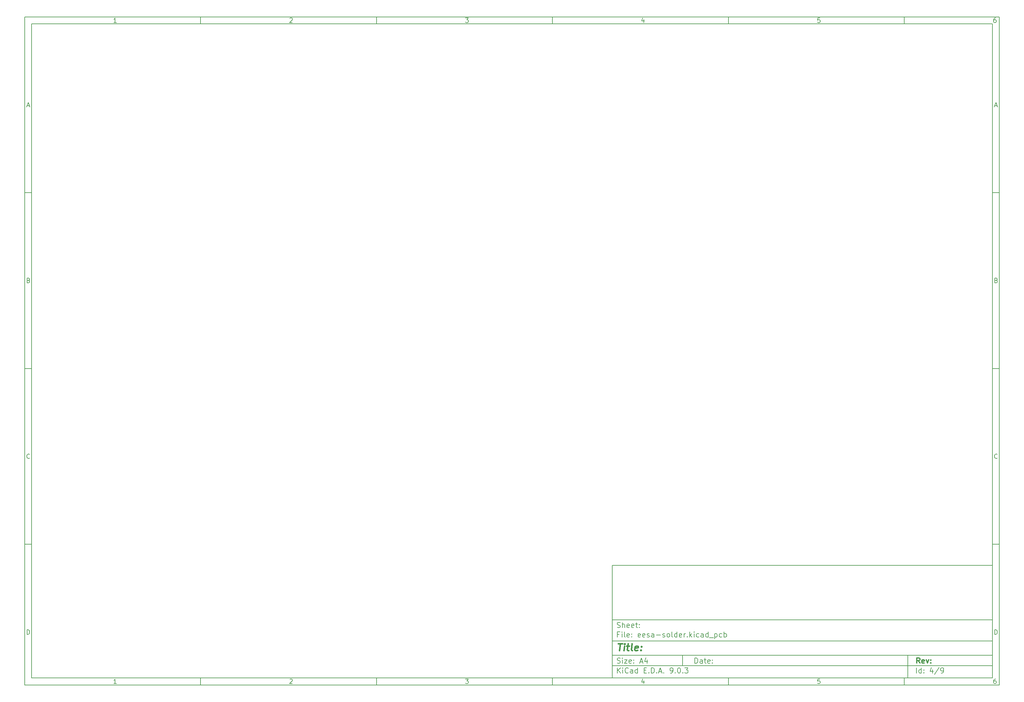
<source format=gbr>
%TF.GenerationSoftware,KiCad,Pcbnew,9.0.3*%
%TF.CreationDate,2025-07-28T16:08:30-05:00*%
%TF.ProjectId,eesa-solder,65657361-2d73-46f6-9c64-65722e6b6963,rev?*%
%TF.SameCoordinates,Original*%
%TF.FileFunction,Paste,Bot*%
%TF.FilePolarity,Positive*%
%FSLAX46Y46*%
G04 Gerber Fmt 4.6, Leading zero omitted, Abs format (unit mm)*
G04 Created by KiCad (PCBNEW 9.0.3) date 2025-07-28 16:08:30*
%MOMM*%
%LPD*%
G01*
G04 APERTURE LIST*
%ADD10C,0.100000*%
%ADD11C,0.150000*%
%ADD12C,0.300000*%
%ADD13C,0.400000*%
G04 APERTURE END LIST*
D10*
D11*
X177002200Y-166007200D02*
X285002200Y-166007200D01*
X285002200Y-198007200D01*
X177002200Y-198007200D01*
X177002200Y-166007200D01*
D10*
D11*
X10000000Y-10000000D02*
X287002200Y-10000000D01*
X287002200Y-200007200D01*
X10000000Y-200007200D01*
X10000000Y-10000000D01*
D10*
D11*
X12000000Y-12000000D02*
X285002200Y-12000000D01*
X285002200Y-198007200D01*
X12000000Y-198007200D01*
X12000000Y-12000000D01*
D10*
D11*
X60000000Y-12000000D02*
X60000000Y-10000000D01*
D10*
D11*
X110000000Y-12000000D02*
X110000000Y-10000000D01*
D10*
D11*
X160000000Y-12000000D02*
X160000000Y-10000000D01*
D10*
D11*
X210000000Y-12000000D02*
X210000000Y-10000000D01*
D10*
D11*
X260000000Y-12000000D02*
X260000000Y-10000000D01*
D10*
D11*
X36089160Y-11593604D02*
X35346303Y-11593604D01*
X35717731Y-11593604D02*
X35717731Y-10293604D01*
X35717731Y-10293604D02*
X35593922Y-10479319D01*
X35593922Y-10479319D02*
X35470112Y-10603128D01*
X35470112Y-10603128D02*
X35346303Y-10665033D01*
D10*
D11*
X85346303Y-10417414D02*
X85408207Y-10355509D01*
X85408207Y-10355509D02*
X85532017Y-10293604D01*
X85532017Y-10293604D02*
X85841541Y-10293604D01*
X85841541Y-10293604D02*
X85965350Y-10355509D01*
X85965350Y-10355509D02*
X86027255Y-10417414D01*
X86027255Y-10417414D02*
X86089160Y-10541223D01*
X86089160Y-10541223D02*
X86089160Y-10665033D01*
X86089160Y-10665033D02*
X86027255Y-10850747D01*
X86027255Y-10850747D02*
X85284398Y-11593604D01*
X85284398Y-11593604D02*
X86089160Y-11593604D01*
D10*
D11*
X135284398Y-10293604D02*
X136089160Y-10293604D01*
X136089160Y-10293604D02*
X135655826Y-10788842D01*
X135655826Y-10788842D02*
X135841541Y-10788842D01*
X135841541Y-10788842D02*
X135965350Y-10850747D01*
X135965350Y-10850747D02*
X136027255Y-10912652D01*
X136027255Y-10912652D02*
X136089160Y-11036461D01*
X136089160Y-11036461D02*
X136089160Y-11345985D01*
X136089160Y-11345985D02*
X136027255Y-11469795D01*
X136027255Y-11469795D02*
X135965350Y-11531700D01*
X135965350Y-11531700D02*
X135841541Y-11593604D01*
X135841541Y-11593604D02*
X135470112Y-11593604D01*
X135470112Y-11593604D02*
X135346303Y-11531700D01*
X135346303Y-11531700D02*
X135284398Y-11469795D01*
D10*
D11*
X185965350Y-10726938D02*
X185965350Y-11593604D01*
X185655826Y-10231700D02*
X185346303Y-11160271D01*
X185346303Y-11160271D02*
X186151064Y-11160271D01*
D10*
D11*
X236027255Y-10293604D02*
X235408207Y-10293604D01*
X235408207Y-10293604D02*
X235346303Y-10912652D01*
X235346303Y-10912652D02*
X235408207Y-10850747D01*
X235408207Y-10850747D02*
X235532017Y-10788842D01*
X235532017Y-10788842D02*
X235841541Y-10788842D01*
X235841541Y-10788842D02*
X235965350Y-10850747D01*
X235965350Y-10850747D02*
X236027255Y-10912652D01*
X236027255Y-10912652D02*
X236089160Y-11036461D01*
X236089160Y-11036461D02*
X236089160Y-11345985D01*
X236089160Y-11345985D02*
X236027255Y-11469795D01*
X236027255Y-11469795D02*
X235965350Y-11531700D01*
X235965350Y-11531700D02*
X235841541Y-11593604D01*
X235841541Y-11593604D02*
X235532017Y-11593604D01*
X235532017Y-11593604D02*
X235408207Y-11531700D01*
X235408207Y-11531700D02*
X235346303Y-11469795D01*
D10*
D11*
X285965350Y-10293604D02*
X285717731Y-10293604D01*
X285717731Y-10293604D02*
X285593922Y-10355509D01*
X285593922Y-10355509D02*
X285532017Y-10417414D01*
X285532017Y-10417414D02*
X285408207Y-10603128D01*
X285408207Y-10603128D02*
X285346303Y-10850747D01*
X285346303Y-10850747D02*
X285346303Y-11345985D01*
X285346303Y-11345985D02*
X285408207Y-11469795D01*
X285408207Y-11469795D02*
X285470112Y-11531700D01*
X285470112Y-11531700D02*
X285593922Y-11593604D01*
X285593922Y-11593604D02*
X285841541Y-11593604D01*
X285841541Y-11593604D02*
X285965350Y-11531700D01*
X285965350Y-11531700D02*
X286027255Y-11469795D01*
X286027255Y-11469795D02*
X286089160Y-11345985D01*
X286089160Y-11345985D02*
X286089160Y-11036461D01*
X286089160Y-11036461D02*
X286027255Y-10912652D01*
X286027255Y-10912652D02*
X285965350Y-10850747D01*
X285965350Y-10850747D02*
X285841541Y-10788842D01*
X285841541Y-10788842D02*
X285593922Y-10788842D01*
X285593922Y-10788842D02*
X285470112Y-10850747D01*
X285470112Y-10850747D02*
X285408207Y-10912652D01*
X285408207Y-10912652D02*
X285346303Y-11036461D01*
D10*
D11*
X60000000Y-198007200D02*
X60000000Y-200007200D01*
D10*
D11*
X110000000Y-198007200D02*
X110000000Y-200007200D01*
D10*
D11*
X160000000Y-198007200D02*
X160000000Y-200007200D01*
D10*
D11*
X210000000Y-198007200D02*
X210000000Y-200007200D01*
D10*
D11*
X260000000Y-198007200D02*
X260000000Y-200007200D01*
D10*
D11*
X36089160Y-199600804D02*
X35346303Y-199600804D01*
X35717731Y-199600804D02*
X35717731Y-198300804D01*
X35717731Y-198300804D02*
X35593922Y-198486519D01*
X35593922Y-198486519D02*
X35470112Y-198610328D01*
X35470112Y-198610328D02*
X35346303Y-198672233D01*
D10*
D11*
X85346303Y-198424614D02*
X85408207Y-198362709D01*
X85408207Y-198362709D02*
X85532017Y-198300804D01*
X85532017Y-198300804D02*
X85841541Y-198300804D01*
X85841541Y-198300804D02*
X85965350Y-198362709D01*
X85965350Y-198362709D02*
X86027255Y-198424614D01*
X86027255Y-198424614D02*
X86089160Y-198548423D01*
X86089160Y-198548423D02*
X86089160Y-198672233D01*
X86089160Y-198672233D02*
X86027255Y-198857947D01*
X86027255Y-198857947D02*
X85284398Y-199600804D01*
X85284398Y-199600804D02*
X86089160Y-199600804D01*
D10*
D11*
X135284398Y-198300804D02*
X136089160Y-198300804D01*
X136089160Y-198300804D02*
X135655826Y-198796042D01*
X135655826Y-198796042D02*
X135841541Y-198796042D01*
X135841541Y-198796042D02*
X135965350Y-198857947D01*
X135965350Y-198857947D02*
X136027255Y-198919852D01*
X136027255Y-198919852D02*
X136089160Y-199043661D01*
X136089160Y-199043661D02*
X136089160Y-199353185D01*
X136089160Y-199353185D02*
X136027255Y-199476995D01*
X136027255Y-199476995D02*
X135965350Y-199538900D01*
X135965350Y-199538900D02*
X135841541Y-199600804D01*
X135841541Y-199600804D02*
X135470112Y-199600804D01*
X135470112Y-199600804D02*
X135346303Y-199538900D01*
X135346303Y-199538900D02*
X135284398Y-199476995D01*
D10*
D11*
X185965350Y-198734138D02*
X185965350Y-199600804D01*
X185655826Y-198238900D02*
X185346303Y-199167471D01*
X185346303Y-199167471D02*
X186151064Y-199167471D01*
D10*
D11*
X236027255Y-198300804D02*
X235408207Y-198300804D01*
X235408207Y-198300804D02*
X235346303Y-198919852D01*
X235346303Y-198919852D02*
X235408207Y-198857947D01*
X235408207Y-198857947D02*
X235532017Y-198796042D01*
X235532017Y-198796042D02*
X235841541Y-198796042D01*
X235841541Y-198796042D02*
X235965350Y-198857947D01*
X235965350Y-198857947D02*
X236027255Y-198919852D01*
X236027255Y-198919852D02*
X236089160Y-199043661D01*
X236089160Y-199043661D02*
X236089160Y-199353185D01*
X236089160Y-199353185D02*
X236027255Y-199476995D01*
X236027255Y-199476995D02*
X235965350Y-199538900D01*
X235965350Y-199538900D02*
X235841541Y-199600804D01*
X235841541Y-199600804D02*
X235532017Y-199600804D01*
X235532017Y-199600804D02*
X235408207Y-199538900D01*
X235408207Y-199538900D02*
X235346303Y-199476995D01*
D10*
D11*
X285965350Y-198300804D02*
X285717731Y-198300804D01*
X285717731Y-198300804D02*
X285593922Y-198362709D01*
X285593922Y-198362709D02*
X285532017Y-198424614D01*
X285532017Y-198424614D02*
X285408207Y-198610328D01*
X285408207Y-198610328D02*
X285346303Y-198857947D01*
X285346303Y-198857947D02*
X285346303Y-199353185D01*
X285346303Y-199353185D02*
X285408207Y-199476995D01*
X285408207Y-199476995D02*
X285470112Y-199538900D01*
X285470112Y-199538900D02*
X285593922Y-199600804D01*
X285593922Y-199600804D02*
X285841541Y-199600804D01*
X285841541Y-199600804D02*
X285965350Y-199538900D01*
X285965350Y-199538900D02*
X286027255Y-199476995D01*
X286027255Y-199476995D02*
X286089160Y-199353185D01*
X286089160Y-199353185D02*
X286089160Y-199043661D01*
X286089160Y-199043661D02*
X286027255Y-198919852D01*
X286027255Y-198919852D02*
X285965350Y-198857947D01*
X285965350Y-198857947D02*
X285841541Y-198796042D01*
X285841541Y-198796042D02*
X285593922Y-198796042D01*
X285593922Y-198796042D02*
X285470112Y-198857947D01*
X285470112Y-198857947D02*
X285408207Y-198919852D01*
X285408207Y-198919852D02*
X285346303Y-199043661D01*
D10*
D11*
X10000000Y-60000000D02*
X12000000Y-60000000D01*
D10*
D11*
X10000000Y-110000000D02*
X12000000Y-110000000D01*
D10*
D11*
X10000000Y-160000000D02*
X12000000Y-160000000D01*
D10*
D11*
X10690476Y-35222176D02*
X11309523Y-35222176D01*
X10566666Y-35593604D02*
X10999999Y-34293604D01*
X10999999Y-34293604D02*
X11433333Y-35593604D01*
D10*
D11*
X11092857Y-84912652D02*
X11278571Y-84974557D01*
X11278571Y-84974557D02*
X11340476Y-85036461D01*
X11340476Y-85036461D02*
X11402380Y-85160271D01*
X11402380Y-85160271D02*
X11402380Y-85345985D01*
X11402380Y-85345985D02*
X11340476Y-85469795D01*
X11340476Y-85469795D02*
X11278571Y-85531700D01*
X11278571Y-85531700D02*
X11154761Y-85593604D01*
X11154761Y-85593604D02*
X10659523Y-85593604D01*
X10659523Y-85593604D02*
X10659523Y-84293604D01*
X10659523Y-84293604D02*
X11092857Y-84293604D01*
X11092857Y-84293604D02*
X11216666Y-84355509D01*
X11216666Y-84355509D02*
X11278571Y-84417414D01*
X11278571Y-84417414D02*
X11340476Y-84541223D01*
X11340476Y-84541223D02*
X11340476Y-84665033D01*
X11340476Y-84665033D02*
X11278571Y-84788842D01*
X11278571Y-84788842D02*
X11216666Y-84850747D01*
X11216666Y-84850747D02*
X11092857Y-84912652D01*
X11092857Y-84912652D02*
X10659523Y-84912652D01*
D10*
D11*
X11402380Y-135469795D02*
X11340476Y-135531700D01*
X11340476Y-135531700D02*
X11154761Y-135593604D01*
X11154761Y-135593604D02*
X11030952Y-135593604D01*
X11030952Y-135593604D02*
X10845238Y-135531700D01*
X10845238Y-135531700D02*
X10721428Y-135407890D01*
X10721428Y-135407890D02*
X10659523Y-135284080D01*
X10659523Y-135284080D02*
X10597619Y-135036461D01*
X10597619Y-135036461D02*
X10597619Y-134850747D01*
X10597619Y-134850747D02*
X10659523Y-134603128D01*
X10659523Y-134603128D02*
X10721428Y-134479319D01*
X10721428Y-134479319D02*
X10845238Y-134355509D01*
X10845238Y-134355509D02*
X11030952Y-134293604D01*
X11030952Y-134293604D02*
X11154761Y-134293604D01*
X11154761Y-134293604D02*
X11340476Y-134355509D01*
X11340476Y-134355509D02*
X11402380Y-134417414D01*
D10*
D11*
X10659523Y-185593604D02*
X10659523Y-184293604D01*
X10659523Y-184293604D02*
X10969047Y-184293604D01*
X10969047Y-184293604D02*
X11154761Y-184355509D01*
X11154761Y-184355509D02*
X11278571Y-184479319D01*
X11278571Y-184479319D02*
X11340476Y-184603128D01*
X11340476Y-184603128D02*
X11402380Y-184850747D01*
X11402380Y-184850747D02*
X11402380Y-185036461D01*
X11402380Y-185036461D02*
X11340476Y-185284080D01*
X11340476Y-185284080D02*
X11278571Y-185407890D01*
X11278571Y-185407890D02*
X11154761Y-185531700D01*
X11154761Y-185531700D02*
X10969047Y-185593604D01*
X10969047Y-185593604D02*
X10659523Y-185593604D01*
D10*
D11*
X287002200Y-60000000D02*
X285002200Y-60000000D01*
D10*
D11*
X287002200Y-110000000D02*
X285002200Y-110000000D01*
D10*
D11*
X287002200Y-160000000D02*
X285002200Y-160000000D01*
D10*
D11*
X285692676Y-35222176D02*
X286311723Y-35222176D01*
X285568866Y-35593604D02*
X286002199Y-34293604D01*
X286002199Y-34293604D02*
X286435533Y-35593604D01*
D10*
D11*
X286095057Y-84912652D02*
X286280771Y-84974557D01*
X286280771Y-84974557D02*
X286342676Y-85036461D01*
X286342676Y-85036461D02*
X286404580Y-85160271D01*
X286404580Y-85160271D02*
X286404580Y-85345985D01*
X286404580Y-85345985D02*
X286342676Y-85469795D01*
X286342676Y-85469795D02*
X286280771Y-85531700D01*
X286280771Y-85531700D02*
X286156961Y-85593604D01*
X286156961Y-85593604D02*
X285661723Y-85593604D01*
X285661723Y-85593604D02*
X285661723Y-84293604D01*
X285661723Y-84293604D02*
X286095057Y-84293604D01*
X286095057Y-84293604D02*
X286218866Y-84355509D01*
X286218866Y-84355509D02*
X286280771Y-84417414D01*
X286280771Y-84417414D02*
X286342676Y-84541223D01*
X286342676Y-84541223D02*
X286342676Y-84665033D01*
X286342676Y-84665033D02*
X286280771Y-84788842D01*
X286280771Y-84788842D02*
X286218866Y-84850747D01*
X286218866Y-84850747D02*
X286095057Y-84912652D01*
X286095057Y-84912652D02*
X285661723Y-84912652D01*
D10*
D11*
X286404580Y-135469795D02*
X286342676Y-135531700D01*
X286342676Y-135531700D02*
X286156961Y-135593604D01*
X286156961Y-135593604D02*
X286033152Y-135593604D01*
X286033152Y-135593604D02*
X285847438Y-135531700D01*
X285847438Y-135531700D02*
X285723628Y-135407890D01*
X285723628Y-135407890D02*
X285661723Y-135284080D01*
X285661723Y-135284080D02*
X285599819Y-135036461D01*
X285599819Y-135036461D02*
X285599819Y-134850747D01*
X285599819Y-134850747D02*
X285661723Y-134603128D01*
X285661723Y-134603128D02*
X285723628Y-134479319D01*
X285723628Y-134479319D02*
X285847438Y-134355509D01*
X285847438Y-134355509D02*
X286033152Y-134293604D01*
X286033152Y-134293604D02*
X286156961Y-134293604D01*
X286156961Y-134293604D02*
X286342676Y-134355509D01*
X286342676Y-134355509D02*
X286404580Y-134417414D01*
D10*
D11*
X285661723Y-185593604D02*
X285661723Y-184293604D01*
X285661723Y-184293604D02*
X285971247Y-184293604D01*
X285971247Y-184293604D02*
X286156961Y-184355509D01*
X286156961Y-184355509D02*
X286280771Y-184479319D01*
X286280771Y-184479319D02*
X286342676Y-184603128D01*
X286342676Y-184603128D02*
X286404580Y-184850747D01*
X286404580Y-184850747D02*
X286404580Y-185036461D01*
X286404580Y-185036461D02*
X286342676Y-185284080D01*
X286342676Y-185284080D02*
X286280771Y-185407890D01*
X286280771Y-185407890D02*
X286156961Y-185531700D01*
X286156961Y-185531700D02*
X285971247Y-185593604D01*
X285971247Y-185593604D02*
X285661723Y-185593604D01*
D10*
D11*
X200458026Y-193793328D02*
X200458026Y-192293328D01*
X200458026Y-192293328D02*
X200815169Y-192293328D01*
X200815169Y-192293328D02*
X201029455Y-192364757D01*
X201029455Y-192364757D02*
X201172312Y-192507614D01*
X201172312Y-192507614D02*
X201243741Y-192650471D01*
X201243741Y-192650471D02*
X201315169Y-192936185D01*
X201315169Y-192936185D02*
X201315169Y-193150471D01*
X201315169Y-193150471D02*
X201243741Y-193436185D01*
X201243741Y-193436185D02*
X201172312Y-193579042D01*
X201172312Y-193579042D02*
X201029455Y-193721900D01*
X201029455Y-193721900D02*
X200815169Y-193793328D01*
X200815169Y-193793328D02*
X200458026Y-193793328D01*
X202600884Y-193793328D02*
X202600884Y-193007614D01*
X202600884Y-193007614D02*
X202529455Y-192864757D01*
X202529455Y-192864757D02*
X202386598Y-192793328D01*
X202386598Y-192793328D02*
X202100884Y-192793328D01*
X202100884Y-192793328D02*
X201958026Y-192864757D01*
X202600884Y-193721900D02*
X202458026Y-193793328D01*
X202458026Y-193793328D02*
X202100884Y-193793328D01*
X202100884Y-193793328D02*
X201958026Y-193721900D01*
X201958026Y-193721900D02*
X201886598Y-193579042D01*
X201886598Y-193579042D02*
X201886598Y-193436185D01*
X201886598Y-193436185D02*
X201958026Y-193293328D01*
X201958026Y-193293328D02*
X202100884Y-193221900D01*
X202100884Y-193221900D02*
X202458026Y-193221900D01*
X202458026Y-193221900D02*
X202600884Y-193150471D01*
X203100884Y-192793328D02*
X203672312Y-192793328D01*
X203315169Y-192293328D02*
X203315169Y-193579042D01*
X203315169Y-193579042D02*
X203386598Y-193721900D01*
X203386598Y-193721900D02*
X203529455Y-193793328D01*
X203529455Y-193793328D02*
X203672312Y-193793328D01*
X204743741Y-193721900D02*
X204600884Y-193793328D01*
X204600884Y-193793328D02*
X204315170Y-193793328D01*
X204315170Y-193793328D02*
X204172312Y-193721900D01*
X204172312Y-193721900D02*
X204100884Y-193579042D01*
X204100884Y-193579042D02*
X204100884Y-193007614D01*
X204100884Y-193007614D02*
X204172312Y-192864757D01*
X204172312Y-192864757D02*
X204315170Y-192793328D01*
X204315170Y-192793328D02*
X204600884Y-192793328D01*
X204600884Y-192793328D02*
X204743741Y-192864757D01*
X204743741Y-192864757D02*
X204815170Y-193007614D01*
X204815170Y-193007614D02*
X204815170Y-193150471D01*
X204815170Y-193150471D02*
X204100884Y-193293328D01*
X205458026Y-193650471D02*
X205529455Y-193721900D01*
X205529455Y-193721900D02*
X205458026Y-193793328D01*
X205458026Y-193793328D02*
X205386598Y-193721900D01*
X205386598Y-193721900D02*
X205458026Y-193650471D01*
X205458026Y-193650471D02*
X205458026Y-193793328D01*
X205458026Y-192864757D02*
X205529455Y-192936185D01*
X205529455Y-192936185D02*
X205458026Y-193007614D01*
X205458026Y-193007614D02*
X205386598Y-192936185D01*
X205386598Y-192936185D02*
X205458026Y-192864757D01*
X205458026Y-192864757D02*
X205458026Y-193007614D01*
D10*
D11*
X177002200Y-194507200D02*
X285002200Y-194507200D01*
D10*
D11*
X178458026Y-196593328D02*
X178458026Y-195093328D01*
X179315169Y-196593328D02*
X178672312Y-195736185D01*
X179315169Y-195093328D02*
X178458026Y-195950471D01*
X179958026Y-196593328D02*
X179958026Y-195593328D01*
X179958026Y-195093328D02*
X179886598Y-195164757D01*
X179886598Y-195164757D02*
X179958026Y-195236185D01*
X179958026Y-195236185D02*
X180029455Y-195164757D01*
X180029455Y-195164757D02*
X179958026Y-195093328D01*
X179958026Y-195093328D02*
X179958026Y-195236185D01*
X181529455Y-196450471D02*
X181458027Y-196521900D01*
X181458027Y-196521900D02*
X181243741Y-196593328D01*
X181243741Y-196593328D02*
X181100884Y-196593328D01*
X181100884Y-196593328D02*
X180886598Y-196521900D01*
X180886598Y-196521900D02*
X180743741Y-196379042D01*
X180743741Y-196379042D02*
X180672312Y-196236185D01*
X180672312Y-196236185D02*
X180600884Y-195950471D01*
X180600884Y-195950471D02*
X180600884Y-195736185D01*
X180600884Y-195736185D02*
X180672312Y-195450471D01*
X180672312Y-195450471D02*
X180743741Y-195307614D01*
X180743741Y-195307614D02*
X180886598Y-195164757D01*
X180886598Y-195164757D02*
X181100884Y-195093328D01*
X181100884Y-195093328D02*
X181243741Y-195093328D01*
X181243741Y-195093328D02*
X181458027Y-195164757D01*
X181458027Y-195164757D02*
X181529455Y-195236185D01*
X182815170Y-196593328D02*
X182815170Y-195807614D01*
X182815170Y-195807614D02*
X182743741Y-195664757D01*
X182743741Y-195664757D02*
X182600884Y-195593328D01*
X182600884Y-195593328D02*
X182315170Y-195593328D01*
X182315170Y-195593328D02*
X182172312Y-195664757D01*
X182815170Y-196521900D02*
X182672312Y-196593328D01*
X182672312Y-196593328D02*
X182315170Y-196593328D01*
X182315170Y-196593328D02*
X182172312Y-196521900D01*
X182172312Y-196521900D02*
X182100884Y-196379042D01*
X182100884Y-196379042D02*
X182100884Y-196236185D01*
X182100884Y-196236185D02*
X182172312Y-196093328D01*
X182172312Y-196093328D02*
X182315170Y-196021900D01*
X182315170Y-196021900D02*
X182672312Y-196021900D01*
X182672312Y-196021900D02*
X182815170Y-195950471D01*
X184172313Y-196593328D02*
X184172313Y-195093328D01*
X184172313Y-196521900D02*
X184029455Y-196593328D01*
X184029455Y-196593328D02*
X183743741Y-196593328D01*
X183743741Y-196593328D02*
X183600884Y-196521900D01*
X183600884Y-196521900D02*
X183529455Y-196450471D01*
X183529455Y-196450471D02*
X183458027Y-196307614D01*
X183458027Y-196307614D02*
X183458027Y-195879042D01*
X183458027Y-195879042D02*
X183529455Y-195736185D01*
X183529455Y-195736185D02*
X183600884Y-195664757D01*
X183600884Y-195664757D02*
X183743741Y-195593328D01*
X183743741Y-195593328D02*
X184029455Y-195593328D01*
X184029455Y-195593328D02*
X184172313Y-195664757D01*
X186029455Y-195807614D02*
X186529455Y-195807614D01*
X186743741Y-196593328D02*
X186029455Y-196593328D01*
X186029455Y-196593328D02*
X186029455Y-195093328D01*
X186029455Y-195093328D02*
X186743741Y-195093328D01*
X187386598Y-196450471D02*
X187458027Y-196521900D01*
X187458027Y-196521900D02*
X187386598Y-196593328D01*
X187386598Y-196593328D02*
X187315170Y-196521900D01*
X187315170Y-196521900D02*
X187386598Y-196450471D01*
X187386598Y-196450471D02*
X187386598Y-196593328D01*
X188100884Y-196593328D02*
X188100884Y-195093328D01*
X188100884Y-195093328D02*
X188458027Y-195093328D01*
X188458027Y-195093328D02*
X188672313Y-195164757D01*
X188672313Y-195164757D02*
X188815170Y-195307614D01*
X188815170Y-195307614D02*
X188886599Y-195450471D01*
X188886599Y-195450471D02*
X188958027Y-195736185D01*
X188958027Y-195736185D02*
X188958027Y-195950471D01*
X188958027Y-195950471D02*
X188886599Y-196236185D01*
X188886599Y-196236185D02*
X188815170Y-196379042D01*
X188815170Y-196379042D02*
X188672313Y-196521900D01*
X188672313Y-196521900D02*
X188458027Y-196593328D01*
X188458027Y-196593328D02*
X188100884Y-196593328D01*
X189600884Y-196450471D02*
X189672313Y-196521900D01*
X189672313Y-196521900D02*
X189600884Y-196593328D01*
X189600884Y-196593328D02*
X189529456Y-196521900D01*
X189529456Y-196521900D02*
X189600884Y-196450471D01*
X189600884Y-196450471D02*
X189600884Y-196593328D01*
X190243742Y-196164757D02*
X190958028Y-196164757D01*
X190100885Y-196593328D02*
X190600885Y-195093328D01*
X190600885Y-195093328D02*
X191100885Y-196593328D01*
X191600884Y-196450471D02*
X191672313Y-196521900D01*
X191672313Y-196521900D02*
X191600884Y-196593328D01*
X191600884Y-196593328D02*
X191529456Y-196521900D01*
X191529456Y-196521900D02*
X191600884Y-196450471D01*
X191600884Y-196450471D02*
X191600884Y-196593328D01*
X193529456Y-196593328D02*
X193815170Y-196593328D01*
X193815170Y-196593328D02*
X193958027Y-196521900D01*
X193958027Y-196521900D02*
X194029456Y-196450471D01*
X194029456Y-196450471D02*
X194172313Y-196236185D01*
X194172313Y-196236185D02*
X194243742Y-195950471D01*
X194243742Y-195950471D02*
X194243742Y-195379042D01*
X194243742Y-195379042D02*
X194172313Y-195236185D01*
X194172313Y-195236185D02*
X194100885Y-195164757D01*
X194100885Y-195164757D02*
X193958027Y-195093328D01*
X193958027Y-195093328D02*
X193672313Y-195093328D01*
X193672313Y-195093328D02*
X193529456Y-195164757D01*
X193529456Y-195164757D02*
X193458027Y-195236185D01*
X193458027Y-195236185D02*
X193386599Y-195379042D01*
X193386599Y-195379042D02*
X193386599Y-195736185D01*
X193386599Y-195736185D02*
X193458027Y-195879042D01*
X193458027Y-195879042D02*
X193529456Y-195950471D01*
X193529456Y-195950471D02*
X193672313Y-196021900D01*
X193672313Y-196021900D02*
X193958027Y-196021900D01*
X193958027Y-196021900D02*
X194100885Y-195950471D01*
X194100885Y-195950471D02*
X194172313Y-195879042D01*
X194172313Y-195879042D02*
X194243742Y-195736185D01*
X194886598Y-196450471D02*
X194958027Y-196521900D01*
X194958027Y-196521900D02*
X194886598Y-196593328D01*
X194886598Y-196593328D02*
X194815170Y-196521900D01*
X194815170Y-196521900D02*
X194886598Y-196450471D01*
X194886598Y-196450471D02*
X194886598Y-196593328D01*
X195886599Y-195093328D02*
X196029456Y-195093328D01*
X196029456Y-195093328D02*
X196172313Y-195164757D01*
X196172313Y-195164757D02*
X196243742Y-195236185D01*
X196243742Y-195236185D02*
X196315170Y-195379042D01*
X196315170Y-195379042D02*
X196386599Y-195664757D01*
X196386599Y-195664757D02*
X196386599Y-196021900D01*
X196386599Y-196021900D02*
X196315170Y-196307614D01*
X196315170Y-196307614D02*
X196243742Y-196450471D01*
X196243742Y-196450471D02*
X196172313Y-196521900D01*
X196172313Y-196521900D02*
X196029456Y-196593328D01*
X196029456Y-196593328D02*
X195886599Y-196593328D01*
X195886599Y-196593328D02*
X195743742Y-196521900D01*
X195743742Y-196521900D02*
X195672313Y-196450471D01*
X195672313Y-196450471D02*
X195600884Y-196307614D01*
X195600884Y-196307614D02*
X195529456Y-196021900D01*
X195529456Y-196021900D02*
X195529456Y-195664757D01*
X195529456Y-195664757D02*
X195600884Y-195379042D01*
X195600884Y-195379042D02*
X195672313Y-195236185D01*
X195672313Y-195236185D02*
X195743742Y-195164757D01*
X195743742Y-195164757D02*
X195886599Y-195093328D01*
X197029455Y-196450471D02*
X197100884Y-196521900D01*
X197100884Y-196521900D02*
X197029455Y-196593328D01*
X197029455Y-196593328D02*
X196958027Y-196521900D01*
X196958027Y-196521900D02*
X197029455Y-196450471D01*
X197029455Y-196450471D02*
X197029455Y-196593328D01*
X197600884Y-195093328D02*
X198529456Y-195093328D01*
X198529456Y-195093328D02*
X198029456Y-195664757D01*
X198029456Y-195664757D02*
X198243741Y-195664757D01*
X198243741Y-195664757D02*
X198386599Y-195736185D01*
X198386599Y-195736185D02*
X198458027Y-195807614D01*
X198458027Y-195807614D02*
X198529456Y-195950471D01*
X198529456Y-195950471D02*
X198529456Y-196307614D01*
X198529456Y-196307614D02*
X198458027Y-196450471D01*
X198458027Y-196450471D02*
X198386599Y-196521900D01*
X198386599Y-196521900D02*
X198243741Y-196593328D01*
X198243741Y-196593328D02*
X197815170Y-196593328D01*
X197815170Y-196593328D02*
X197672313Y-196521900D01*
X197672313Y-196521900D02*
X197600884Y-196450471D01*
D10*
D11*
X177002200Y-191507200D02*
X285002200Y-191507200D01*
D10*
D12*
X264413853Y-193785528D02*
X263913853Y-193071242D01*
X263556710Y-193785528D02*
X263556710Y-192285528D01*
X263556710Y-192285528D02*
X264128139Y-192285528D01*
X264128139Y-192285528D02*
X264270996Y-192356957D01*
X264270996Y-192356957D02*
X264342425Y-192428385D01*
X264342425Y-192428385D02*
X264413853Y-192571242D01*
X264413853Y-192571242D02*
X264413853Y-192785528D01*
X264413853Y-192785528D02*
X264342425Y-192928385D01*
X264342425Y-192928385D02*
X264270996Y-192999814D01*
X264270996Y-192999814D02*
X264128139Y-193071242D01*
X264128139Y-193071242D02*
X263556710Y-193071242D01*
X265628139Y-193714100D02*
X265485282Y-193785528D01*
X265485282Y-193785528D02*
X265199568Y-193785528D01*
X265199568Y-193785528D02*
X265056710Y-193714100D01*
X265056710Y-193714100D02*
X264985282Y-193571242D01*
X264985282Y-193571242D02*
X264985282Y-192999814D01*
X264985282Y-192999814D02*
X265056710Y-192856957D01*
X265056710Y-192856957D02*
X265199568Y-192785528D01*
X265199568Y-192785528D02*
X265485282Y-192785528D01*
X265485282Y-192785528D02*
X265628139Y-192856957D01*
X265628139Y-192856957D02*
X265699568Y-192999814D01*
X265699568Y-192999814D02*
X265699568Y-193142671D01*
X265699568Y-193142671D02*
X264985282Y-193285528D01*
X266199567Y-192785528D02*
X266556710Y-193785528D01*
X266556710Y-193785528D02*
X266913853Y-192785528D01*
X267485281Y-193642671D02*
X267556710Y-193714100D01*
X267556710Y-193714100D02*
X267485281Y-193785528D01*
X267485281Y-193785528D02*
X267413853Y-193714100D01*
X267413853Y-193714100D02*
X267485281Y-193642671D01*
X267485281Y-193642671D02*
X267485281Y-193785528D01*
X267485281Y-192856957D02*
X267556710Y-192928385D01*
X267556710Y-192928385D02*
X267485281Y-192999814D01*
X267485281Y-192999814D02*
X267413853Y-192928385D01*
X267413853Y-192928385D02*
X267485281Y-192856957D01*
X267485281Y-192856957D02*
X267485281Y-192999814D01*
D10*
D11*
X178386598Y-193721900D02*
X178600884Y-193793328D01*
X178600884Y-193793328D02*
X178958026Y-193793328D01*
X178958026Y-193793328D02*
X179100884Y-193721900D01*
X179100884Y-193721900D02*
X179172312Y-193650471D01*
X179172312Y-193650471D02*
X179243741Y-193507614D01*
X179243741Y-193507614D02*
X179243741Y-193364757D01*
X179243741Y-193364757D02*
X179172312Y-193221900D01*
X179172312Y-193221900D02*
X179100884Y-193150471D01*
X179100884Y-193150471D02*
X178958026Y-193079042D01*
X178958026Y-193079042D02*
X178672312Y-193007614D01*
X178672312Y-193007614D02*
X178529455Y-192936185D01*
X178529455Y-192936185D02*
X178458026Y-192864757D01*
X178458026Y-192864757D02*
X178386598Y-192721900D01*
X178386598Y-192721900D02*
X178386598Y-192579042D01*
X178386598Y-192579042D02*
X178458026Y-192436185D01*
X178458026Y-192436185D02*
X178529455Y-192364757D01*
X178529455Y-192364757D02*
X178672312Y-192293328D01*
X178672312Y-192293328D02*
X179029455Y-192293328D01*
X179029455Y-192293328D02*
X179243741Y-192364757D01*
X179886597Y-193793328D02*
X179886597Y-192793328D01*
X179886597Y-192293328D02*
X179815169Y-192364757D01*
X179815169Y-192364757D02*
X179886597Y-192436185D01*
X179886597Y-192436185D02*
X179958026Y-192364757D01*
X179958026Y-192364757D02*
X179886597Y-192293328D01*
X179886597Y-192293328D02*
X179886597Y-192436185D01*
X180458026Y-192793328D02*
X181243741Y-192793328D01*
X181243741Y-192793328D02*
X180458026Y-193793328D01*
X180458026Y-193793328D02*
X181243741Y-193793328D01*
X182386598Y-193721900D02*
X182243741Y-193793328D01*
X182243741Y-193793328D02*
X181958027Y-193793328D01*
X181958027Y-193793328D02*
X181815169Y-193721900D01*
X181815169Y-193721900D02*
X181743741Y-193579042D01*
X181743741Y-193579042D02*
X181743741Y-193007614D01*
X181743741Y-193007614D02*
X181815169Y-192864757D01*
X181815169Y-192864757D02*
X181958027Y-192793328D01*
X181958027Y-192793328D02*
X182243741Y-192793328D01*
X182243741Y-192793328D02*
X182386598Y-192864757D01*
X182386598Y-192864757D02*
X182458027Y-193007614D01*
X182458027Y-193007614D02*
X182458027Y-193150471D01*
X182458027Y-193150471D02*
X181743741Y-193293328D01*
X183100883Y-193650471D02*
X183172312Y-193721900D01*
X183172312Y-193721900D02*
X183100883Y-193793328D01*
X183100883Y-193793328D02*
X183029455Y-193721900D01*
X183029455Y-193721900D02*
X183100883Y-193650471D01*
X183100883Y-193650471D02*
X183100883Y-193793328D01*
X183100883Y-192864757D02*
X183172312Y-192936185D01*
X183172312Y-192936185D02*
X183100883Y-193007614D01*
X183100883Y-193007614D02*
X183029455Y-192936185D01*
X183029455Y-192936185D02*
X183100883Y-192864757D01*
X183100883Y-192864757D02*
X183100883Y-193007614D01*
X184886598Y-193364757D02*
X185600884Y-193364757D01*
X184743741Y-193793328D02*
X185243741Y-192293328D01*
X185243741Y-192293328D02*
X185743741Y-193793328D01*
X186886598Y-192793328D02*
X186886598Y-193793328D01*
X186529455Y-192221900D02*
X186172312Y-193293328D01*
X186172312Y-193293328D02*
X187100883Y-193293328D01*
D10*
D11*
X263458026Y-196593328D02*
X263458026Y-195093328D01*
X264815170Y-196593328D02*
X264815170Y-195093328D01*
X264815170Y-196521900D02*
X264672312Y-196593328D01*
X264672312Y-196593328D02*
X264386598Y-196593328D01*
X264386598Y-196593328D02*
X264243741Y-196521900D01*
X264243741Y-196521900D02*
X264172312Y-196450471D01*
X264172312Y-196450471D02*
X264100884Y-196307614D01*
X264100884Y-196307614D02*
X264100884Y-195879042D01*
X264100884Y-195879042D02*
X264172312Y-195736185D01*
X264172312Y-195736185D02*
X264243741Y-195664757D01*
X264243741Y-195664757D02*
X264386598Y-195593328D01*
X264386598Y-195593328D02*
X264672312Y-195593328D01*
X264672312Y-195593328D02*
X264815170Y-195664757D01*
X265529455Y-196450471D02*
X265600884Y-196521900D01*
X265600884Y-196521900D02*
X265529455Y-196593328D01*
X265529455Y-196593328D02*
X265458027Y-196521900D01*
X265458027Y-196521900D02*
X265529455Y-196450471D01*
X265529455Y-196450471D02*
X265529455Y-196593328D01*
X265529455Y-195664757D02*
X265600884Y-195736185D01*
X265600884Y-195736185D02*
X265529455Y-195807614D01*
X265529455Y-195807614D02*
X265458027Y-195736185D01*
X265458027Y-195736185D02*
X265529455Y-195664757D01*
X265529455Y-195664757D02*
X265529455Y-195807614D01*
X268029456Y-195593328D02*
X268029456Y-196593328D01*
X267672313Y-195021900D02*
X267315170Y-196093328D01*
X267315170Y-196093328D02*
X268243741Y-196093328D01*
X269886598Y-195021900D02*
X268600884Y-196950471D01*
X270458027Y-196593328D02*
X270743741Y-196593328D01*
X270743741Y-196593328D02*
X270886598Y-196521900D01*
X270886598Y-196521900D02*
X270958027Y-196450471D01*
X270958027Y-196450471D02*
X271100884Y-196236185D01*
X271100884Y-196236185D02*
X271172313Y-195950471D01*
X271172313Y-195950471D02*
X271172313Y-195379042D01*
X271172313Y-195379042D02*
X271100884Y-195236185D01*
X271100884Y-195236185D02*
X271029456Y-195164757D01*
X271029456Y-195164757D02*
X270886598Y-195093328D01*
X270886598Y-195093328D02*
X270600884Y-195093328D01*
X270600884Y-195093328D02*
X270458027Y-195164757D01*
X270458027Y-195164757D02*
X270386598Y-195236185D01*
X270386598Y-195236185D02*
X270315170Y-195379042D01*
X270315170Y-195379042D02*
X270315170Y-195736185D01*
X270315170Y-195736185D02*
X270386598Y-195879042D01*
X270386598Y-195879042D02*
X270458027Y-195950471D01*
X270458027Y-195950471D02*
X270600884Y-196021900D01*
X270600884Y-196021900D02*
X270886598Y-196021900D01*
X270886598Y-196021900D02*
X271029456Y-195950471D01*
X271029456Y-195950471D02*
X271100884Y-195879042D01*
X271100884Y-195879042D02*
X271172313Y-195736185D01*
D10*
D11*
X177002200Y-187507200D02*
X285002200Y-187507200D01*
D10*
D13*
X178693928Y-188211638D02*
X179836785Y-188211638D01*
X179015357Y-190211638D02*
X179265357Y-188211638D01*
X180253452Y-190211638D02*
X180420119Y-188878304D01*
X180503452Y-188211638D02*
X180396309Y-188306876D01*
X180396309Y-188306876D02*
X180479643Y-188402114D01*
X180479643Y-188402114D02*
X180586786Y-188306876D01*
X180586786Y-188306876D02*
X180503452Y-188211638D01*
X180503452Y-188211638D02*
X180479643Y-188402114D01*
X181086786Y-188878304D02*
X181848690Y-188878304D01*
X181455833Y-188211638D02*
X181241548Y-189925923D01*
X181241548Y-189925923D02*
X181312976Y-190116400D01*
X181312976Y-190116400D02*
X181491548Y-190211638D01*
X181491548Y-190211638D02*
X181682024Y-190211638D01*
X182634405Y-190211638D02*
X182455833Y-190116400D01*
X182455833Y-190116400D02*
X182384405Y-189925923D01*
X182384405Y-189925923D02*
X182598690Y-188211638D01*
X184170119Y-190116400D02*
X183967738Y-190211638D01*
X183967738Y-190211638D02*
X183586785Y-190211638D01*
X183586785Y-190211638D02*
X183408214Y-190116400D01*
X183408214Y-190116400D02*
X183336785Y-189925923D01*
X183336785Y-189925923D02*
X183432024Y-189164019D01*
X183432024Y-189164019D02*
X183551071Y-188973542D01*
X183551071Y-188973542D02*
X183753452Y-188878304D01*
X183753452Y-188878304D02*
X184134404Y-188878304D01*
X184134404Y-188878304D02*
X184312976Y-188973542D01*
X184312976Y-188973542D02*
X184384404Y-189164019D01*
X184384404Y-189164019D02*
X184360595Y-189354495D01*
X184360595Y-189354495D02*
X183384404Y-189544971D01*
X185134405Y-190021161D02*
X185217738Y-190116400D01*
X185217738Y-190116400D02*
X185110595Y-190211638D01*
X185110595Y-190211638D02*
X185027262Y-190116400D01*
X185027262Y-190116400D02*
X185134405Y-190021161D01*
X185134405Y-190021161D02*
X185110595Y-190211638D01*
X185265357Y-188973542D02*
X185348690Y-189068780D01*
X185348690Y-189068780D02*
X185241548Y-189164019D01*
X185241548Y-189164019D02*
X185158214Y-189068780D01*
X185158214Y-189068780D02*
X185265357Y-188973542D01*
X185265357Y-188973542D02*
X185241548Y-189164019D01*
D10*
D11*
X178958026Y-185607614D02*
X178458026Y-185607614D01*
X178458026Y-186393328D02*
X178458026Y-184893328D01*
X178458026Y-184893328D02*
X179172312Y-184893328D01*
X179743740Y-186393328D02*
X179743740Y-185393328D01*
X179743740Y-184893328D02*
X179672312Y-184964757D01*
X179672312Y-184964757D02*
X179743740Y-185036185D01*
X179743740Y-185036185D02*
X179815169Y-184964757D01*
X179815169Y-184964757D02*
X179743740Y-184893328D01*
X179743740Y-184893328D02*
X179743740Y-185036185D01*
X180672312Y-186393328D02*
X180529455Y-186321900D01*
X180529455Y-186321900D02*
X180458026Y-186179042D01*
X180458026Y-186179042D02*
X180458026Y-184893328D01*
X181815169Y-186321900D02*
X181672312Y-186393328D01*
X181672312Y-186393328D02*
X181386598Y-186393328D01*
X181386598Y-186393328D02*
X181243740Y-186321900D01*
X181243740Y-186321900D02*
X181172312Y-186179042D01*
X181172312Y-186179042D02*
X181172312Y-185607614D01*
X181172312Y-185607614D02*
X181243740Y-185464757D01*
X181243740Y-185464757D02*
X181386598Y-185393328D01*
X181386598Y-185393328D02*
X181672312Y-185393328D01*
X181672312Y-185393328D02*
X181815169Y-185464757D01*
X181815169Y-185464757D02*
X181886598Y-185607614D01*
X181886598Y-185607614D02*
X181886598Y-185750471D01*
X181886598Y-185750471D02*
X181172312Y-185893328D01*
X182529454Y-186250471D02*
X182600883Y-186321900D01*
X182600883Y-186321900D02*
X182529454Y-186393328D01*
X182529454Y-186393328D02*
X182458026Y-186321900D01*
X182458026Y-186321900D02*
X182529454Y-186250471D01*
X182529454Y-186250471D02*
X182529454Y-186393328D01*
X182529454Y-185464757D02*
X182600883Y-185536185D01*
X182600883Y-185536185D02*
X182529454Y-185607614D01*
X182529454Y-185607614D02*
X182458026Y-185536185D01*
X182458026Y-185536185D02*
X182529454Y-185464757D01*
X182529454Y-185464757D02*
X182529454Y-185607614D01*
X184958026Y-186321900D02*
X184815169Y-186393328D01*
X184815169Y-186393328D02*
X184529455Y-186393328D01*
X184529455Y-186393328D02*
X184386597Y-186321900D01*
X184386597Y-186321900D02*
X184315169Y-186179042D01*
X184315169Y-186179042D02*
X184315169Y-185607614D01*
X184315169Y-185607614D02*
X184386597Y-185464757D01*
X184386597Y-185464757D02*
X184529455Y-185393328D01*
X184529455Y-185393328D02*
X184815169Y-185393328D01*
X184815169Y-185393328D02*
X184958026Y-185464757D01*
X184958026Y-185464757D02*
X185029455Y-185607614D01*
X185029455Y-185607614D02*
X185029455Y-185750471D01*
X185029455Y-185750471D02*
X184315169Y-185893328D01*
X186243740Y-186321900D02*
X186100883Y-186393328D01*
X186100883Y-186393328D02*
X185815169Y-186393328D01*
X185815169Y-186393328D02*
X185672311Y-186321900D01*
X185672311Y-186321900D02*
X185600883Y-186179042D01*
X185600883Y-186179042D02*
X185600883Y-185607614D01*
X185600883Y-185607614D02*
X185672311Y-185464757D01*
X185672311Y-185464757D02*
X185815169Y-185393328D01*
X185815169Y-185393328D02*
X186100883Y-185393328D01*
X186100883Y-185393328D02*
X186243740Y-185464757D01*
X186243740Y-185464757D02*
X186315169Y-185607614D01*
X186315169Y-185607614D02*
X186315169Y-185750471D01*
X186315169Y-185750471D02*
X185600883Y-185893328D01*
X186886597Y-186321900D02*
X187029454Y-186393328D01*
X187029454Y-186393328D02*
X187315168Y-186393328D01*
X187315168Y-186393328D02*
X187458025Y-186321900D01*
X187458025Y-186321900D02*
X187529454Y-186179042D01*
X187529454Y-186179042D02*
X187529454Y-186107614D01*
X187529454Y-186107614D02*
X187458025Y-185964757D01*
X187458025Y-185964757D02*
X187315168Y-185893328D01*
X187315168Y-185893328D02*
X187100883Y-185893328D01*
X187100883Y-185893328D02*
X186958025Y-185821900D01*
X186958025Y-185821900D02*
X186886597Y-185679042D01*
X186886597Y-185679042D02*
X186886597Y-185607614D01*
X186886597Y-185607614D02*
X186958025Y-185464757D01*
X186958025Y-185464757D02*
X187100883Y-185393328D01*
X187100883Y-185393328D02*
X187315168Y-185393328D01*
X187315168Y-185393328D02*
X187458025Y-185464757D01*
X188815169Y-186393328D02*
X188815169Y-185607614D01*
X188815169Y-185607614D02*
X188743740Y-185464757D01*
X188743740Y-185464757D02*
X188600883Y-185393328D01*
X188600883Y-185393328D02*
X188315169Y-185393328D01*
X188315169Y-185393328D02*
X188172311Y-185464757D01*
X188815169Y-186321900D02*
X188672311Y-186393328D01*
X188672311Y-186393328D02*
X188315169Y-186393328D01*
X188315169Y-186393328D02*
X188172311Y-186321900D01*
X188172311Y-186321900D02*
X188100883Y-186179042D01*
X188100883Y-186179042D02*
X188100883Y-186036185D01*
X188100883Y-186036185D02*
X188172311Y-185893328D01*
X188172311Y-185893328D02*
X188315169Y-185821900D01*
X188315169Y-185821900D02*
X188672311Y-185821900D01*
X188672311Y-185821900D02*
X188815169Y-185750471D01*
X189529454Y-185821900D02*
X190672312Y-185821900D01*
X191315169Y-186321900D02*
X191458026Y-186393328D01*
X191458026Y-186393328D02*
X191743740Y-186393328D01*
X191743740Y-186393328D02*
X191886597Y-186321900D01*
X191886597Y-186321900D02*
X191958026Y-186179042D01*
X191958026Y-186179042D02*
X191958026Y-186107614D01*
X191958026Y-186107614D02*
X191886597Y-185964757D01*
X191886597Y-185964757D02*
X191743740Y-185893328D01*
X191743740Y-185893328D02*
X191529455Y-185893328D01*
X191529455Y-185893328D02*
X191386597Y-185821900D01*
X191386597Y-185821900D02*
X191315169Y-185679042D01*
X191315169Y-185679042D02*
X191315169Y-185607614D01*
X191315169Y-185607614D02*
X191386597Y-185464757D01*
X191386597Y-185464757D02*
X191529455Y-185393328D01*
X191529455Y-185393328D02*
X191743740Y-185393328D01*
X191743740Y-185393328D02*
X191886597Y-185464757D01*
X192815169Y-186393328D02*
X192672312Y-186321900D01*
X192672312Y-186321900D02*
X192600883Y-186250471D01*
X192600883Y-186250471D02*
X192529455Y-186107614D01*
X192529455Y-186107614D02*
X192529455Y-185679042D01*
X192529455Y-185679042D02*
X192600883Y-185536185D01*
X192600883Y-185536185D02*
X192672312Y-185464757D01*
X192672312Y-185464757D02*
X192815169Y-185393328D01*
X192815169Y-185393328D02*
X193029455Y-185393328D01*
X193029455Y-185393328D02*
X193172312Y-185464757D01*
X193172312Y-185464757D02*
X193243741Y-185536185D01*
X193243741Y-185536185D02*
X193315169Y-185679042D01*
X193315169Y-185679042D02*
X193315169Y-186107614D01*
X193315169Y-186107614D02*
X193243741Y-186250471D01*
X193243741Y-186250471D02*
X193172312Y-186321900D01*
X193172312Y-186321900D02*
X193029455Y-186393328D01*
X193029455Y-186393328D02*
X192815169Y-186393328D01*
X194172312Y-186393328D02*
X194029455Y-186321900D01*
X194029455Y-186321900D02*
X193958026Y-186179042D01*
X193958026Y-186179042D02*
X193958026Y-184893328D01*
X195386598Y-186393328D02*
X195386598Y-184893328D01*
X195386598Y-186321900D02*
X195243740Y-186393328D01*
X195243740Y-186393328D02*
X194958026Y-186393328D01*
X194958026Y-186393328D02*
X194815169Y-186321900D01*
X194815169Y-186321900D02*
X194743740Y-186250471D01*
X194743740Y-186250471D02*
X194672312Y-186107614D01*
X194672312Y-186107614D02*
X194672312Y-185679042D01*
X194672312Y-185679042D02*
X194743740Y-185536185D01*
X194743740Y-185536185D02*
X194815169Y-185464757D01*
X194815169Y-185464757D02*
X194958026Y-185393328D01*
X194958026Y-185393328D02*
X195243740Y-185393328D01*
X195243740Y-185393328D02*
X195386598Y-185464757D01*
X196672312Y-186321900D02*
X196529455Y-186393328D01*
X196529455Y-186393328D02*
X196243741Y-186393328D01*
X196243741Y-186393328D02*
X196100883Y-186321900D01*
X196100883Y-186321900D02*
X196029455Y-186179042D01*
X196029455Y-186179042D02*
X196029455Y-185607614D01*
X196029455Y-185607614D02*
X196100883Y-185464757D01*
X196100883Y-185464757D02*
X196243741Y-185393328D01*
X196243741Y-185393328D02*
X196529455Y-185393328D01*
X196529455Y-185393328D02*
X196672312Y-185464757D01*
X196672312Y-185464757D02*
X196743741Y-185607614D01*
X196743741Y-185607614D02*
X196743741Y-185750471D01*
X196743741Y-185750471D02*
X196029455Y-185893328D01*
X197386597Y-186393328D02*
X197386597Y-185393328D01*
X197386597Y-185679042D02*
X197458026Y-185536185D01*
X197458026Y-185536185D02*
X197529455Y-185464757D01*
X197529455Y-185464757D02*
X197672312Y-185393328D01*
X197672312Y-185393328D02*
X197815169Y-185393328D01*
X198315168Y-186250471D02*
X198386597Y-186321900D01*
X198386597Y-186321900D02*
X198315168Y-186393328D01*
X198315168Y-186393328D02*
X198243740Y-186321900D01*
X198243740Y-186321900D02*
X198315168Y-186250471D01*
X198315168Y-186250471D02*
X198315168Y-186393328D01*
X199029454Y-186393328D02*
X199029454Y-184893328D01*
X199172312Y-185821900D02*
X199600883Y-186393328D01*
X199600883Y-185393328D02*
X199029454Y-185964757D01*
X200243740Y-186393328D02*
X200243740Y-185393328D01*
X200243740Y-184893328D02*
X200172312Y-184964757D01*
X200172312Y-184964757D02*
X200243740Y-185036185D01*
X200243740Y-185036185D02*
X200315169Y-184964757D01*
X200315169Y-184964757D02*
X200243740Y-184893328D01*
X200243740Y-184893328D02*
X200243740Y-185036185D01*
X201600884Y-186321900D02*
X201458026Y-186393328D01*
X201458026Y-186393328D02*
X201172312Y-186393328D01*
X201172312Y-186393328D02*
X201029455Y-186321900D01*
X201029455Y-186321900D02*
X200958026Y-186250471D01*
X200958026Y-186250471D02*
X200886598Y-186107614D01*
X200886598Y-186107614D02*
X200886598Y-185679042D01*
X200886598Y-185679042D02*
X200958026Y-185536185D01*
X200958026Y-185536185D02*
X201029455Y-185464757D01*
X201029455Y-185464757D02*
X201172312Y-185393328D01*
X201172312Y-185393328D02*
X201458026Y-185393328D01*
X201458026Y-185393328D02*
X201600884Y-185464757D01*
X202886598Y-186393328D02*
X202886598Y-185607614D01*
X202886598Y-185607614D02*
X202815169Y-185464757D01*
X202815169Y-185464757D02*
X202672312Y-185393328D01*
X202672312Y-185393328D02*
X202386598Y-185393328D01*
X202386598Y-185393328D02*
X202243740Y-185464757D01*
X202886598Y-186321900D02*
X202743740Y-186393328D01*
X202743740Y-186393328D02*
X202386598Y-186393328D01*
X202386598Y-186393328D02*
X202243740Y-186321900D01*
X202243740Y-186321900D02*
X202172312Y-186179042D01*
X202172312Y-186179042D02*
X202172312Y-186036185D01*
X202172312Y-186036185D02*
X202243740Y-185893328D01*
X202243740Y-185893328D02*
X202386598Y-185821900D01*
X202386598Y-185821900D02*
X202743740Y-185821900D01*
X202743740Y-185821900D02*
X202886598Y-185750471D01*
X204243741Y-186393328D02*
X204243741Y-184893328D01*
X204243741Y-186321900D02*
X204100883Y-186393328D01*
X204100883Y-186393328D02*
X203815169Y-186393328D01*
X203815169Y-186393328D02*
X203672312Y-186321900D01*
X203672312Y-186321900D02*
X203600883Y-186250471D01*
X203600883Y-186250471D02*
X203529455Y-186107614D01*
X203529455Y-186107614D02*
X203529455Y-185679042D01*
X203529455Y-185679042D02*
X203600883Y-185536185D01*
X203600883Y-185536185D02*
X203672312Y-185464757D01*
X203672312Y-185464757D02*
X203815169Y-185393328D01*
X203815169Y-185393328D02*
X204100883Y-185393328D01*
X204100883Y-185393328D02*
X204243741Y-185464757D01*
X204600884Y-186536185D02*
X205743741Y-186536185D01*
X206100883Y-185393328D02*
X206100883Y-186893328D01*
X206100883Y-185464757D02*
X206243741Y-185393328D01*
X206243741Y-185393328D02*
X206529455Y-185393328D01*
X206529455Y-185393328D02*
X206672312Y-185464757D01*
X206672312Y-185464757D02*
X206743741Y-185536185D01*
X206743741Y-185536185D02*
X206815169Y-185679042D01*
X206815169Y-185679042D02*
X206815169Y-186107614D01*
X206815169Y-186107614D02*
X206743741Y-186250471D01*
X206743741Y-186250471D02*
X206672312Y-186321900D01*
X206672312Y-186321900D02*
X206529455Y-186393328D01*
X206529455Y-186393328D02*
X206243741Y-186393328D01*
X206243741Y-186393328D02*
X206100883Y-186321900D01*
X208100884Y-186321900D02*
X207958026Y-186393328D01*
X207958026Y-186393328D02*
X207672312Y-186393328D01*
X207672312Y-186393328D02*
X207529455Y-186321900D01*
X207529455Y-186321900D02*
X207458026Y-186250471D01*
X207458026Y-186250471D02*
X207386598Y-186107614D01*
X207386598Y-186107614D02*
X207386598Y-185679042D01*
X207386598Y-185679042D02*
X207458026Y-185536185D01*
X207458026Y-185536185D02*
X207529455Y-185464757D01*
X207529455Y-185464757D02*
X207672312Y-185393328D01*
X207672312Y-185393328D02*
X207958026Y-185393328D01*
X207958026Y-185393328D02*
X208100884Y-185464757D01*
X208743740Y-186393328D02*
X208743740Y-184893328D01*
X208743740Y-185464757D02*
X208886598Y-185393328D01*
X208886598Y-185393328D02*
X209172312Y-185393328D01*
X209172312Y-185393328D02*
X209315169Y-185464757D01*
X209315169Y-185464757D02*
X209386598Y-185536185D01*
X209386598Y-185536185D02*
X209458026Y-185679042D01*
X209458026Y-185679042D02*
X209458026Y-186107614D01*
X209458026Y-186107614D02*
X209386598Y-186250471D01*
X209386598Y-186250471D02*
X209315169Y-186321900D01*
X209315169Y-186321900D02*
X209172312Y-186393328D01*
X209172312Y-186393328D02*
X208886598Y-186393328D01*
X208886598Y-186393328D02*
X208743740Y-186321900D01*
D10*
D11*
X177002200Y-181507200D02*
X285002200Y-181507200D01*
D10*
D11*
X178386598Y-183621900D02*
X178600884Y-183693328D01*
X178600884Y-183693328D02*
X178958026Y-183693328D01*
X178958026Y-183693328D02*
X179100884Y-183621900D01*
X179100884Y-183621900D02*
X179172312Y-183550471D01*
X179172312Y-183550471D02*
X179243741Y-183407614D01*
X179243741Y-183407614D02*
X179243741Y-183264757D01*
X179243741Y-183264757D02*
X179172312Y-183121900D01*
X179172312Y-183121900D02*
X179100884Y-183050471D01*
X179100884Y-183050471D02*
X178958026Y-182979042D01*
X178958026Y-182979042D02*
X178672312Y-182907614D01*
X178672312Y-182907614D02*
X178529455Y-182836185D01*
X178529455Y-182836185D02*
X178458026Y-182764757D01*
X178458026Y-182764757D02*
X178386598Y-182621900D01*
X178386598Y-182621900D02*
X178386598Y-182479042D01*
X178386598Y-182479042D02*
X178458026Y-182336185D01*
X178458026Y-182336185D02*
X178529455Y-182264757D01*
X178529455Y-182264757D02*
X178672312Y-182193328D01*
X178672312Y-182193328D02*
X179029455Y-182193328D01*
X179029455Y-182193328D02*
X179243741Y-182264757D01*
X179886597Y-183693328D02*
X179886597Y-182193328D01*
X180529455Y-183693328D02*
X180529455Y-182907614D01*
X180529455Y-182907614D02*
X180458026Y-182764757D01*
X180458026Y-182764757D02*
X180315169Y-182693328D01*
X180315169Y-182693328D02*
X180100883Y-182693328D01*
X180100883Y-182693328D02*
X179958026Y-182764757D01*
X179958026Y-182764757D02*
X179886597Y-182836185D01*
X181815169Y-183621900D02*
X181672312Y-183693328D01*
X181672312Y-183693328D02*
X181386598Y-183693328D01*
X181386598Y-183693328D02*
X181243740Y-183621900D01*
X181243740Y-183621900D02*
X181172312Y-183479042D01*
X181172312Y-183479042D02*
X181172312Y-182907614D01*
X181172312Y-182907614D02*
X181243740Y-182764757D01*
X181243740Y-182764757D02*
X181386598Y-182693328D01*
X181386598Y-182693328D02*
X181672312Y-182693328D01*
X181672312Y-182693328D02*
X181815169Y-182764757D01*
X181815169Y-182764757D02*
X181886598Y-182907614D01*
X181886598Y-182907614D02*
X181886598Y-183050471D01*
X181886598Y-183050471D02*
X181172312Y-183193328D01*
X183100883Y-183621900D02*
X182958026Y-183693328D01*
X182958026Y-183693328D02*
X182672312Y-183693328D01*
X182672312Y-183693328D02*
X182529454Y-183621900D01*
X182529454Y-183621900D02*
X182458026Y-183479042D01*
X182458026Y-183479042D02*
X182458026Y-182907614D01*
X182458026Y-182907614D02*
X182529454Y-182764757D01*
X182529454Y-182764757D02*
X182672312Y-182693328D01*
X182672312Y-182693328D02*
X182958026Y-182693328D01*
X182958026Y-182693328D02*
X183100883Y-182764757D01*
X183100883Y-182764757D02*
X183172312Y-182907614D01*
X183172312Y-182907614D02*
X183172312Y-183050471D01*
X183172312Y-183050471D02*
X182458026Y-183193328D01*
X183600883Y-182693328D02*
X184172311Y-182693328D01*
X183815168Y-182193328D02*
X183815168Y-183479042D01*
X183815168Y-183479042D02*
X183886597Y-183621900D01*
X183886597Y-183621900D02*
X184029454Y-183693328D01*
X184029454Y-183693328D02*
X184172311Y-183693328D01*
X184672311Y-183550471D02*
X184743740Y-183621900D01*
X184743740Y-183621900D02*
X184672311Y-183693328D01*
X184672311Y-183693328D02*
X184600883Y-183621900D01*
X184600883Y-183621900D02*
X184672311Y-183550471D01*
X184672311Y-183550471D02*
X184672311Y-183693328D01*
X184672311Y-182764757D02*
X184743740Y-182836185D01*
X184743740Y-182836185D02*
X184672311Y-182907614D01*
X184672311Y-182907614D02*
X184600883Y-182836185D01*
X184600883Y-182836185D02*
X184672311Y-182764757D01*
X184672311Y-182764757D02*
X184672311Y-182907614D01*
D10*
D11*
X197002200Y-191507200D02*
X197002200Y-194507200D01*
D10*
D11*
X261002200Y-191507200D02*
X261002200Y-198007200D01*
M02*

</source>
